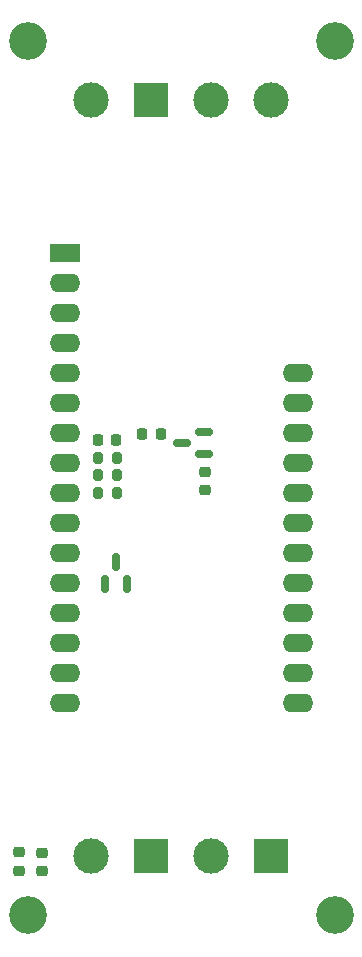
<source format=gbr>
%TF.GenerationSoftware,KiCad,Pcbnew,8.0.0*%
%TF.CreationDate,2024-05-24T13:22:15-04:00*%
%TF.ProjectId,MPPT Charge Controller,4d505054-2043-4686-9172-676520436f6e,0.1*%
%TF.SameCoordinates,Original*%
%TF.FileFunction,Soldermask,Bot*%
%TF.FilePolarity,Negative*%
%FSLAX46Y46*%
G04 Gerber Fmt 4.6, Leading zero omitted, Abs format (unit mm)*
G04 Created by KiCad (PCBNEW 8.0.0) date 2024-05-24 13:22:15*
%MOMM*%
%LPD*%
G01*
G04 APERTURE LIST*
G04 Aperture macros list*
%AMRoundRect*
0 Rectangle with rounded corners*
0 $1 Rounding radius*
0 $2 $3 $4 $5 $6 $7 $8 $9 X,Y pos of 4 corners*
0 Add a 4 corners polygon primitive as box body*
4,1,4,$2,$3,$4,$5,$6,$7,$8,$9,$2,$3,0*
0 Add four circle primitives for the rounded corners*
1,1,$1+$1,$2,$3*
1,1,$1+$1,$4,$5*
1,1,$1+$1,$6,$7*
1,1,$1+$1,$8,$9*
0 Add four rect primitives between the rounded corners*
20,1,$1+$1,$2,$3,$4,$5,0*
20,1,$1+$1,$4,$5,$6,$7,0*
20,1,$1+$1,$6,$7,$8,$9,0*
20,1,$1+$1,$8,$9,$2,$3,0*%
G04 Aperture macros list end*
%ADD10RoundRect,0.250000X-1.050000X-0.550000X1.050000X-0.550000X1.050000X0.550000X-1.050000X0.550000X0*%
%ADD11O,2.600000X1.600000*%
%ADD12C,3.200000*%
%ADD13C,3.000000*%
%ADD14R,3.000000X3.000000*%
%ADD15RoundRect,0.225000X-0.250000X0.225000X-0.250000X-0.225000X0.250000X-0.225000X0.250000X0.225000X0*%
%ADD16RoundRect,0.200000X-0.200000X-0.275000X0.200000X-0.275000X0.200000X0.275000X-0.200000X0.275000X0*%
%ADD17RoundRect,0.218750X-0.256250X0.218750X-0.256250X-0.218750X0.256250X-0.218750X0.256250X0.218750X0*%
%ADD18RoundRect,0.225000X0.225000X0.250000X-0.225000X0.250000X-0.225000X-0.250000X0.225000X-0.250000X0*%
%ADD19RoundRect,0.150000X0.150000X-0.587500X0.150000X0.587500X-0.150000X0.587500X-0.150000X-0.587500X0*%
%ADD20RoundRect,0.200000X0.200000X0.275000X-0.200000X0.275000X-0.200000X-0.275000X0.200000X-0.275000X0*%
%ADD21RoundRect,0.150000X0.587500X0.150000X-0.587500X0.150000X-0.587500X-0.150000X0.587500X-0.150000X0*%
G04 APERTURE END LIST*
D10*
%TO.C,A1*%
X100140000Y-80960000D03*
D11*
X100140000Y-83500000D03*
X100140000Y-86040000D03*
X100140000Y-88580000D03*
X100140000Y-91120000D03*
X100140000Y-93660000D03*
X100140000Y-96200000D03*
X100140000Y-98740000D03*
X100140000Y-101280000D03*
X100140000Y-103820000D03*
X100140000Y-106360000D03*
X100140000Y-108900000D03*
X100140000Y-111440000D03*
X100140000Y-113980000D03*
X100140000Y-116520000D03*
X100140000Y-119060000D03*
X119860000Y-119060000D03*
X119860000Y-116520000D03*
X119860000Y-113980000D03*
X119860000Y-111440000D03*
X119860000Y-108900000D03*
X119860000Y-106360000D03*
X119860000Y-103820000D03*
X119860000Y-101280000D03*
X119860000Y-98740000D03*
X119860000Y-96200000D03*
X119860000Y-93660000D03*
X119860000Y-91120000D03*
%TD*%
D12*
%TO.C,*%
X123000000Y-137000000D03*
%TD*%
%TO.C,*%
X97000000Y-137000000D03*
%TD*%
%TO.C,*%
X97000000Y-63000000D03*
%TD*%
%TO.C,REF\u002A\u002A*%
X123000000Y-63000000D03*
%TD*%
D13*
%TO.C,TP15*%
X117620000Y-68000000D03*
%TD*%
%TO.C,TP14*%
X102380000Y-68000000D03*
%TD*%
%TO.C,J3*%
X112540000Y-132000000D03*
D14*
X117620000Y-132000000D03*
%TD*%
D13*
%TO.C,J2*%
X102380000Y-132000000D03*
D14*
X107460000Y-132000000D03*
%TD*%
D13*
%TO.C,J1*%
X112540000Y-68000000D03*
D14*
X107460000Y-68000000D03*
%TD*%
D15*
%TO.C,C4*%
X112000000Y-99475000D03*
X112000000Y-101025000D03*
%TD*%
D16*
%TO.C,R6*%
X102925000Y-98250000D03*
X104575000Y-98250000D03*
%TD*%
D17*
%TO.C,D4*%
X96250000Y-131675000D03*
X96250000Y-133250000D03*
%TD*%
D16*
%TO.C,R9*%
X102925000Y-99750000D03*
X104575000Y-99750000D03*
%TD*%
D18*
%TO.C,C5*%
X106725000Y-96250000D03*
X108275000Y-96250000D03*
%TD*%
D17*
%TO.C,D3*%
X98250000Y-131712500D03*
X98250000Y-133287500D03*
%TD*%
D19*
%TO.C,Q3*%
X105450000Y-108937500D03*
X103550000Y-108937500D03*
X104500000Y-107062500D03*
%TD*%
D20*
%TO.C,R10*%
X104575000Y-101250000D03*
X102925000Y-101250000D03*
%TD*%
D18*
%TO.C,C2*%
X104525000Y-96750000D03*
X102975000Y-96750000D03*
%TD*%
D21*
%TO.C,D2*%
X110062500Y-97000000D03*
X111937500Y-97950000D03*
X111937500Y-96050000D03*
%TD*%
M02*

</source>
